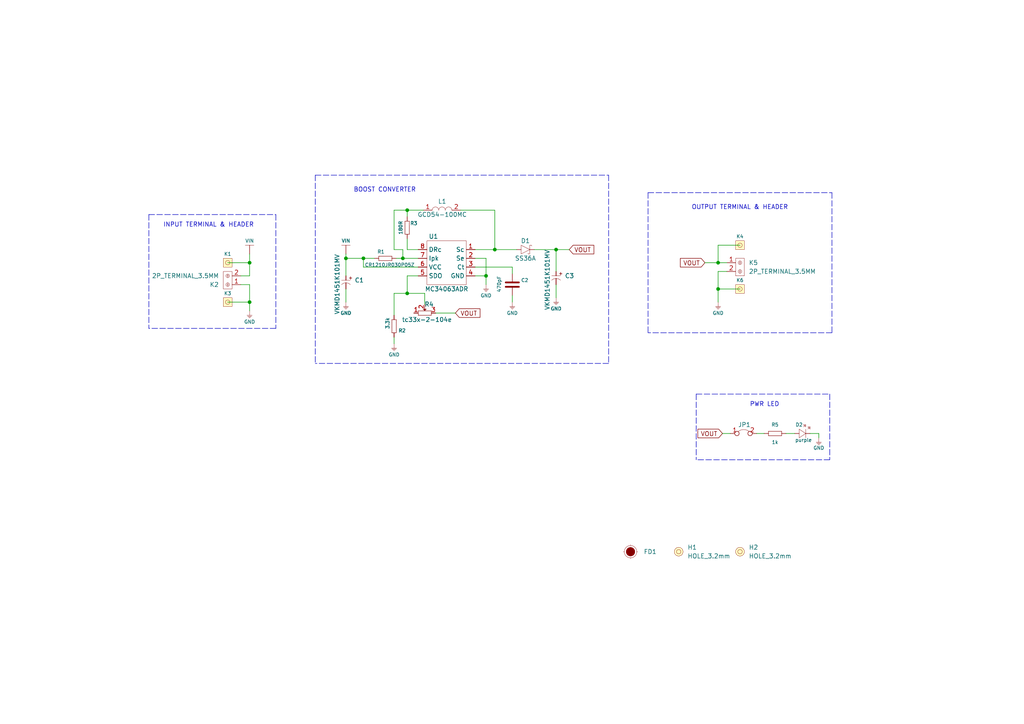
<source format=kicad_sch>
(kicad_sch (version 20210126) (generator eeschema)

  (paper "A4")

  (lib_symbols
    (symbol "e-radionica.com schematics:0402LED" (pin_numbers hide) (pin_names (offset 0.254) hide) (in_bom yes) (on_board yes)
      (property "Reference" "D" (id 0) (at -0.635 2.54 0)
        (effects (font (size 1 1)))
      )
      (property "Value" "0402LED" (id 1) (at 0 -2.54 0)
        (effects (font (size 1 1)))
      )
      (property "Footprint" "e-radionica.com footprinti:0402LED" (id 2) (at 0 5.08 0)
        (effects (font (size 1 1)) hide)
      )
      (property "Datasheet" "" (id 3) (at 0 0 0)
        (effects (font (size 1 1)) hide)
      )
      (symbol "0402LED_0_1"
        (polyline
          (pts
            (xy -0.635 1.27)
            (xy -0.635 -1.27)
            (xy 1.27 0)
          )
          (stroke (width 0.0006)) (fill (type none))
        )
        (polyline
          (pts
            (xy -0.635 1.27)
            (xy 1.27 0)
          )
          (stroke (width 0.0006)) (fill (type none))
        )
        (polyline
          (pts
            (xy 1.27 1.27)
            (xy 1.27 -1.27)
          )
          (stroke (width 0.0006)) (fill (type none))
        )
        (polyline
          (pts
            (xy 0.635 1.905)
            (xy 1.27 2.54)
          )
          (stroke (width 0.0006)) (fill (type none))
        )
        (polyline
          (pts
            (xy 1.905 1.27)
            (xy 2.54 1.905)
          )
          (stroke (width 0.0006)) (fill (type none))
        )
        (polyline
          (pts
            (xy 2.54 1.905)
            (xy 1.905 1.905)
            (xy 2.54 1.27)
            (xy 2.54 1.905)
          )
          (stroke (width 0.0006)) (fill (type none))
        )
        (polyline
          (pts
            (xy 1.27 2.54)
            (xy 0.635 2.54)
            (xy 1.27 1.905)
            (xy 1.27 2.54)
          )
          (stroke (width 0.0006)) (fill (type none))
        )
      )
      (symbol "0402LED_1_1"
        (pin passive line (at -1.905 0 0) (length 1.27)
          (name "A" (effects (font (size 1.27 1.27))))
          (number "1" (effects (font (size 1.27 1.27))))
        )
        (pin passive line (at 2.54 0 180) (length 1.27)
          (name "K" (effects (font (size 1.27 1.27))))
          (number "2" (effects (font (size 1.27 1.27))))
        )
      )
    )
    (symbol "e-radionica.com schematics:0402R" (pin_numbers hide) (pin_names (offset 0.254)) (in_bom yes) (on_board yes)
      (property "Reference" "R" (id 0) (at -1.905 1.27 0)
        (effects (font (size 1 1)))
      )
      (property "Value" "0402R" (id 1) (at 0 -1.27 0)
        (effects (font (size 1 1)))
      )
      (property "Footprint" "e-radionica.com footprinti:0402R" (id 2) (at -2.54 1.905 0)
        (effects (font (size 1 1)) hide)
      )
      (property "Datasheet" "" (id 3) (at -2.54 1.905 0)
        (effects (font (size 1 1)) hide)
      )
      (symbol "0402R_0_1"
        (rectangle (start -1.905 0.635) (end -1.8796 -0.635)
          (stroke (width 0.1)) (fill (type none))
        )
        (rectangle (start -1.905 0.635) (end 1.905 0.6096)
          (stroke (width 0.1)) (fill (type none))
        )
        (rectangle (start -1.905 -0.635) (end 1.905 -0.6604)
          (stroke (width 0.1)) (fill (type none))
        )
        (rectangle (start 1.905 0.635) (end 1.9304 -0.635)
          (stroke (width 0.1)) (fill (type none))
        )
      )
      (symbol "0402R_1_1"
        (pin passive line (at -3.175 0 0) (length 1.27)
          (name "~" (effects (font (size 1.27 1.27))))
          (number "1" (effects (font (size 1.27 1.27))))
        )
        (pin passive line (at 3.175 0 180) (length 1.27)
          (name "~" (effects (font (size 1.27 1.27))))
          (number "2" (effects (font (size 1.27 1.27))))
        )
      )
    )
    (symbol "e-radionica.com schematics:0603C" (pin_numbers hide) (pin_names (offset 0.002)) (in_bom yes) (on_board yes)
      (property "Reference" "C" (id 0) (at -0.635 3.175 0)
        (effects (font (size 1 1)))
      )
      (property "Value" "0603C" (id 1) (at 0 -3.175 0)
        (effects (font (size 1 1)))
      )
      (property "Footprint" "e-radionica.com footprinti:0603C" (id 2) (at 0 0 0)
        (effects (font (size 1 1)) hide)
      )
      (property "Datasheet" "" (id 3) (at 0 0 0)
        (effects (font (size 1 1)) hide)
      )
      (symbol "0603C_0_1"
        (polyline
          (pts
            (xy -0.635 1.905)
            (xy -0.635 -1.905)
          )
          (stroke (width 0.5)) (fill (type none))
        )
        (polyline
          (pts
            (xy 0.635 1.905)
            (xy 0.635 -1.905)
          )
          (stroke (width 0.5)) (fill (type none))
        )
      )
      (symbol "0603C_1_1"
        (pin passive line (at 3.175 0 180) (length 2.54)
          (name "~" (effects (font (size 1.27 1.27))))
          (number "2" (effects (font (size 1.27 1.27))))
        )
        (pin passive line (at -3.175 0 0) (length 2.54)
          (name "~" (effects (font (size 1.27 1.27))))
          (number "1" (effects (font (size 1.27 1.27))))
        )
      )
    )
    (symbol "e-radionica.com schematics:0603R" (pin_numbers hide) (pin_names (offset 0.254)) (in_bom yes) (on_board yes)
      (property "Reference" "R" (id 0) (at -1.905 1.905 0)
        (effects (font (size 1 1)))
      )
      (property "Value" "0603R" (id 1) (at 0 -1.905 0)
        (effects (font (size 1 1)))
      )
      (property "Footprint" "e-radionica.com footprinti:0603R" (id 2) (at -0.635 1.905 0)
        (effects (font (size 1 1)) hide)
      )
      (property "Datasheet" "" (id 3) (at -0.635 1.905 0)
        (effects (font (size 1 1)) hide)
      )
      (symbol "0603R_0_1"
        (rectangle (start -1.905 0.635) (end -1.8796 -0.635)
          (stroke (width 0.1)) (fill (type none))
        )
        (rectangle (start -1.905 0.635) (end 1.905 0.6096)
          (stroke (width 0.1)) (fill (type none))
        )
        (rectangle (start -1.905 -0.635) (end 1.905 -0.6604)
          (stroke (width 0.1)) (fill (type none))
        )
        (rectangle (start 1.905 0.635) (end 1.9304 -0.635)
          (stroke (width 0.1)) (fill (type none))
        )
      )
      (symbol "0603R_1_1"
        (pin passive line (at -3.175 0 0) (length 1.27)
          (name "~" (effects (font (size 1.27 1.27))))
          (number "1" (effects (font (size 1.27 1.27))))
        )
        (pin passive line (at 3.175 0 180) (length 1.27)
          (name "~" (effects (font (size 1.27 1.27))))
          (number "2" (effects (font (size 1.27 1.27))))
        )
      )
    )
    (symbol "e-radionica.com schematics:1210R" (pin_numbers hide) (pin_names (offset 0.254)) (in_bom yes) (on_board yes)
      (property "Reference" "R" (id 0) (at 0 1.27 0)
        (effects (font (size 1 1)))
      )
      (property "Value" "1210R" (id 1) (at 0 -1.905 0)
        (effects (font (size 1 1)))
      )
      (property "Footprint" "e-radionica.com footprinti:1210R" (id 2) (at -1.27 -3.81 0)
        (effects (font (size 1 1)) hide)
      )
      (property "Datasheet" "" (id 3) (at -0.635 1.905 0)
        (effects (font (size 1 1)) hide)
      )
      (symbol "1210R_0_1"
        (rectangle (start -1.905 0.635) (end -1.8796 -0.635)
          (stroke (width 0.1)) (fill (type none))
        )
        (rectangle (start -1.905 0.635) (end 1.905 0.6096)
          (stroke (width 0.1)) (fill (type none))
        )
        (rectangle (start -1.905 -0.635) (end 1.905 -0.6604)
          (stroke (width 0.1)) (fill (type none))
        )
        (rectangle (start 1.905 0.635) (end 1.9304 -0.635)
          (stroke (width 0.1)) (fill (type none))
        )
      )
      (symbol "1210R_1_1"
        (pin passive line (at -3.175 0 0) (length 1.27)
          (name "~" (effects (font (size 1.27 1.27))))
          (number "1" (effects (font (size 1.27 1.27))))
        )
        (pin passive line (at 3.175 0 180) (length 1.27)
          (name "~" (effects (font (size 1.27 1.27))))
          (number "2" (effects (font (size 1.27 1.27))))
        )
      )
    )
    (symbol "e-radionica.com schematics:2P_TERMINAL_3.5MM" (in_bom yes) (on_board yes)
      (property "Reference" "K" (id 0) (at -0.762 3.556 0)
        (effects (font (size 1.27 1.27)))
      )
      (property "Value" "2P_TERMINAL_3.5MM" (id 1) (at 0 -3.81 0)
        (effects (font (size 1.27 1.27)))
      )
      (property "Footprint" "e-radionica.com footprinti:2P_TERMINAL_3.5MM" (id 2) (at -0.254 -5.588 0)
        (effects (font (size 1.27 1.27)) hide)
      )
      (property "Datasheet" "" (id 3) (at 0 0 0)
        (effects (font (size 1.27 1.27)) hide)
      )
      (symbol "2P_TERMINAL_3.5MM_0_1"
        (circle (center 0 1.27) (radius 0.508) (stroke (width 0.0006)) (fill (type none)))
        (circle (center 0 -1.27) (radius 0.508) (stroke (width 0.0006)) (fill (type none)))
        (rectangle (start -1.27 2.54) (end 1.27 -2.54)
          (stroke (width 0.0006)) (fill (type none))
        )
        (polyline
          (pts
            (xy 0 -0.762)
            (xy 0 -1.778)
          )
          (stroke (width 0.0006)) (fill (type none))
        )
        (polyline
          (pts
            (xy -0.254 -1.27)
            (xy 0.254 -1.27)
          )
          (stroke (width 0.0006)) (fill (type none))
        )
        (polyline
          (pts
            (xy 0 1.778)
            (xy 0 0.762)
          )
          (stroke (width 0.0006)) (fill (type none))
        )
        (polyline
          (pts
            (xy -0.254 1.27)
            (xy 0.254 1.27)
          )
          (stroke (width 0.0006)) (fill (type none))
        )
      )
      (symbol "2P_TERMINAL_3.5MM_1_1"
        (pin input line (at -3.81 1.27 0) (length 2.54)
          (name "~" (effects (font (size 1.27 1.27))))
          (number "1" (effects (font (size 1.27 1.27))))
        )
        (pin input line (at -3.81 -1.27 0) (length 2.54)
          (name "~" (effects (font (size 1.27 1.27))))
          (number "2" (effects (font (size 1.27 1.27))))
        )
      )
    )
    (symbol "e-radionica.com schematics:CMLF0504-330KTT" (in_bom yes) (on_board yes)
      (property "Reference" "L" (id 0) (at 0 3.81 0)
        (effects (font (size 1.27 1.27)))
      )
      (property "Value" "CMLF0504-330KTT" (id 1) (at 0 -4.445 0)
        (effects (font (size 1.27 1.27)))
      )
      (property "Footprint" "e-radionica.com footprinti:CMLF0504-330KTT" (id 2) (at 0.254 0 0)
        (effects (font (size 1.27 1.27)) hide)
      )
      (property "Datasheet" "" (id 3) (at 0.254 0 0)
        (effects (font (size 1.27 1.27)) hide)
      )
      (symbol "CMLF0504-330KTT_0_1"
        (arc (start -2.921 0) (end -1.016 0) (radius (at -1.9685 -0.0138) (length 0.9526) (angles 179.2 0.8))
          (stroke (width 0.0006)) (fill (type none))
        )
        (arc (start -1.016 0) (end 0.889 0) (radius (at -0.0635 -0.0138) (length 0.9526) (angles 179.2 0.8))
          (stroke (width 0.0006)) (fill (type none))
        )
        (arc (start 0.889 0) (end 2.794 0) (radius (at 1.8415 -0.0138) (length 0.9526) (angles 179.2 0.8))
          (stroke (width 0.0006)) (fill (type none))
        )
      )
      (symbol "CMLF0504-330KTT_1_1"
        (pin passive line (at -5.461 0 0) (length 2.54)
          (name "" (effects (font (size 1.27 1.27))))
          (number "1" (effects (font (size 1.27 1.27))))
        )
        (pin passive line (at 5.334 0 180) (length 2.54)
          (name "" (effects (font (size 1.27 1.27))))
          (number "2" (effects (font (size 1.27 1.27))))
        )
      )
    )
    (symbol "e-radionica.com schematics:ELECTROLITIC_CAP_8x8x14.5" (pin_numbers hide) (pin_names hide) (in_bom yes) (on_board yes)
      (property "Reference" "C" (id 0) (at -1.27 2.54 0)
        (effects (font (size 1.27 1.27)))
      )
      (property "Value" "ELECTROLITIC_CAP_8x8x14.5" (id 1) (at 0 -2.54 0)
        (effects (font (size 1.27 1.27)))
      )
      (property "Footprint" "e-radionica.com footprinti:ELECTROLITIC_CAP_8x8x14.5" (id 2) (at 0 -5.08 0)
        (effects (font (size 1.27 1.27)) hide)
      )
      (property "Datasheet" "" (id 3) (at 0 0 0)
        (effects (font (size 1.27 1.27)) hide)
      )
      (symbol "ELECTROLITIC_CAP_8x8x14.5_0_0"
        (text "+" (at -1.905 1.27 0)
          (effects (font (size 1 1)))
        )
      )
      (symbol "ELECTROLITIC_CAP_8x8x14.5_0_1"
        (arc (start -0.0001 1.27) (end -0.0001 -1.27) (radius (at 1.27 0) (length 1.7961) (angles 135 -135))
          (stroke (width 0.0006)) (fill (type none))
        )
        (polyline
          (pts
            (xy -1.27 -1.27)
            (xy -1.27 1.27)
          )
          (stroke (width 0.0006)) (fill (type none))
        )
      )
      (symbol "ELECTROLITIC_CAP_8x8x14.5_1_1"
        (pin input line (at -2.54 0 0) (length 1.27)
          (name "+" (effects (font (size 1.27 1.27))))
          (number "1" (effects (font (size 1.27 1.27))))
        )
        (pin input line (at 1.27 0 180) (length 1.8)
          (name "-" (effects (font (size 1.27 1.27))))
          (number "2" (effects (font (size 1.27 1.27))))
        )
      )
    )
    (symbol "e-radionica.com schematics:Fiducial_Stencil" (pin_numbers hide) (pin_names hide) (in_bom yes) (on_board yes)
      (property "Reference" "FD?" (id 0) (at 0 3.048 0)
        (effects (font (size 1.27 1.27)))
      )
      (property "Value" "Fiducial_Stencil" (id 1) (at 0 -2.794 0)
        (effects (font (size 1.27 1.27)) hide)
      )
      (property "Footprint" "e-radionica.com footprinti:FIDUCIAL_1MM_PASTE" (id 2) (at 0 -6.35 0)
        (effects (font (size 1.27 1.27)) hide)
      )
      (property "Datasheet" "" (id 3) (at 0 0 0)
        (effects (font (size 1.27 1.27)) hide)
      )
      (symbol "Fiducial_Stencil_0_1"
        (circle (center 0 0) (radius 1.7961) (stroke (width 0.0006)) (fill (type none)))
        (circle (center 0 0) (radius 1.27) (stroke (width 0.001)) (fill (type outline)))
        (polyline
          (pts
            (xy 1.778 0)
            (xy 2.032 0)
          )
          (stroke (width 0.0006)) (fill (type none))
        )
        (polyline
          (pts
            (xy 0 1.778)
            (xy 0 2.032)
          )
          (stroke (width 0.0006)) (fill (type none))
        )
        (polyline
          (pts
            (xy -1.778 0)
            (xy -2.032 0)
          )
          (stroke (width 0.0006)) (fill (type none))
        )
        (polyline
          (pts
            (xy 0 -1.778)
            (xy 0 -2.032)
          )
          (stroke (width 0.0006)) (fill (type none))
        )
      )
    )
    (symbol "e-radionica.com schematics:GND" (power) (pin_names (offset 0)) (in_bom yes) (on_board yes)
      (property "Reference" "#PWR" (id 0) (at 4.445 0 0)
        (effects (font (size 1 1)) hide)
      )
      (property "Value" "GND" (id 1) (at 0 -2.921 0)
        (effects (font (size 1 1)))
      )
      (property "Footprint" "" (id 2) (at 4.445 3.81 0)
        (effects (font (size 1 1)) hide)
      )
      (property "Datasheet" "" (id 3) (at 4.445 3.81 0)
        (effects (font (size 1 1)) hide)
      )
      (property "ki_keywords" "power-flag" (id 4) (at 0 0 0)
        (effects (font (size 1.27 1.27)) hide)
      )
      (property "ki_description" "Power symbol creates a global label with name \"+3V3\"" (id 5) (at 0 0 0)
        (effects (font (size 1.27 1.27)) hide)
      )
      (symbol "GND_0_1"
        (polyline
          (pts
            (xy 0 0)
            (xy 0 -1.27)
          )
          (stroke (width 0.0006)) (fill (type none))
        )
        (polyline
          (pts
            (xy -0.762 -1.27)
            (xy 0.762 -1.27)
          )
          (stroke (width 0.0006)) (fill (type none))
        )
        (polyline
          (pts
            (xy -0.381 -1.778)
            (xy 0.381 -1.778)
          )
          (stroke (width 0.0006)) (fill (type none))
        )
        (polyline
          (pts
            (xy -0.127 -2.032)
            (xy 0.127 -2.032)
          )
          (stroke (width 0.0006)) (fill (type none))
        )
        (polyline
          (pts
            (xy -0.635 -1.524)
            (xy 0.635 -1.524)
          )
          (stroke (width 0.0006)) (fill (type none))
        )
      )
      (symbol "GND_1_1"
        (pin power_in line (at 0 0 270) (length 0) hide
          (name "GND" (effects (font (size 1.27 1.27))))
          (number "1" (effects (font (size 1.27 1.27))))
        )
      )
    )
    (symbol "e-radionica.com schematics:GND_3" (power) (pin_names (offset 0)) (in_bom yes) (on_board yes)
      (property "Reference" "#PWR" (id 0) (at 4.445 0 0)
        (effects (font (size 1 1)) hide)
      )
      (property "Value" "GND" (id 1) (at 0 -2.921 0)
        (effects (font (size 1 1)))
      )
      (property "Footprint" "" (id 2) (at 4.445 3.81 0)
        (effects (font (size 1 1)) hide)
      )
      (property "Datasheet" "" (id 3) (at 4.445 3.81 0)
        (effects (font (size 1 1)) hide)
      )
      (property "ki_keywords" "power-flag" (id 4) (at 0 0 0)
        (effects (font (size 1.27 1.27)) hide)
      )
      (property "ki_description" "Power symbol creates a global label with name \"+3V3\"" (id 5) (at 0 0 0)
        (effects (font (size 1.27 1.27)) hide)
      )
      (symbol "GND_3_0_1"
        (polyline
          (pts
            (xy 0 0)
            (xy 0 -1.27)
          )
          (stroke (width 0.0006)) (fill (type none))
        )
        (polyline
          (pts
            (xy -0.762 -1.27)
            (xy 0.762 -1.27)
          )
          (stroke (width 0.0006)) (fill (type none))
        )
        (polyline
          (pts
            (xy -0.381 -1.778)
            (xy 0.381 -1.778)
          )
          (stroke (width 0.0006)) (fill (type none))
        )
        (polyline
          (pts
            (xy -0.127 -2.032)
            (xy 0.127 -2.032)
          )
          (stroke (width 0.0006)) (fill (type none))
        )
        (polyline
          (pts
            (xy -0.635 -1.524)
            (xy 0.635 -1.524)
          )
          (stroke (width 0.0006)) (fill (type none))
        )
      )
      (symbol "GND_3_1_1"
        (pin power_in line (at 0 0 270) (length 0) hide
          (name "GND" (effects (font (size 1.27 1.27))))
          (number "1" (effects (font (size 1.27 1.27))))
        )
      )
    )
    (symbol "e-radionica.com schematics:HEADER_MALE_1X1" (pin_numbers hide) (pin_names hide) (in_bom yes) (on_board yes)
      (property "Reference" "K" (id 0) (at -0.635 2.54 0)
        (effects (font (size 1 1)))
      )
      (property "Value" "HEADER_MALE_1X1" (id 1) (at 0 -2.54 0)
        (effects (font (size 1 1)))
      )
      (property "Footprint" "e-radionica.com footprinti:HEADER_MALE_1X1" (id 2) (at 0 0 0)
        (effects (font (size 1 1)) hide)
      )
      (property "Datasheet" "" (id 3) (at 0 0 0)
        (effects (font (size 1 1)) hide)
      )
      (symbol "HEADER_MALE_1X1_0_1"
        (circle (center 0 0) (radius 0.635) (stroke (width 0.0006)) (fill (type none)))
        (rectangle (start -1.27 1.27) (end 1.27 -1.27)
          (stroke (width 0.001)) (fill (type background))
        )
      )
      (symbol "HEADER_MALE_1X1_1_1"
        (pin passive line (at 0 0 180) (length 0)
          (name "~" (effects (font (size 1 1))))
          (number "1" (effects (font (size 1 1))))
        )
      )
    )
    (symbol "e-radionica.com schematics:HOLE_3.2mm" (pin_numbers hide) (pin_names hide) (in_bom yes) (on_board yes)
      (property "Reference" "H" (id 0) (at 0 2.54 0)
        (effects (font (size 1.27 1.27)))
      )
      (property "Value" "HOLE_3.2mm" (id 1) (at 0 -2.54 0)
        (effects (font (size 1.27 1.27)))
      )
      (property "Footprint" "e-radionica.com footprinti:HOLE_3.2mm" (id 2) (at 0 0 0)
        (effects (font (size 1.27 1.27)) hide)
      )
      (property "Datasheet" "" (id 3) (at 0 0 0)
        (effects (font (size 1.27 1.27)) hide)
      )
      (symbol "HOLE_3.2mm_0_1"
        (circle (center 0 0) (radius 1.27) (stroke (width 0.001)) (fill (type background)))
        (circle (center 0 0) (radius 0.635) (stroke (width 0.0006)) (fill (type none)))
      )
    )
    (symbol "e-radionica.com schematics:MC34063ADR" (in_bom yes) (on_board yes)
      (property "Reference" "U" (id 0) (at -0.635 8.255 0)
        (effects (font (size 1.27 1.27)))
      )
      (property "Value" "MC34063ADR" (id 1) (at 0 -8.89 0)
        (effects (font (size 1.27 1.27)))
      )
      (property "Footprint" "e-radionica.com footprinti:SOIC−8" (id 2) (at 0.635 0 0)
        (effects (font (size 1.27 1.27)) hide)
      )
      (property "Datasheet" "" (id 3) (at 0.635 0 0)
        (effects (font (size 1.27 1.27)) hide)
      )
      (symbol "MC34063ADR_0_1"
        (rectangle (start -5.715 6.35) (end 5.715 -6.35)
          (stroke (width 0.0006)) (fill (type none))
        )
      )
      (symbol "MC34063ADR_1_1"
        (pin power_in line (at -8.255 3.81 0) (length 2.54)
          (name "DRc" (effects (font (size 1.27 1.27))))
          (number "8" (effects (font (size 1.27 1.27))))
        )
        (pin passive line (at -8.255 1.27 0) (length 2.54)
          (name "Ipk" (effects (font (size 1.27 1.27))))
          (number "7" (effects (font (size 1.27 1.27))))
        )
        (pin power_in line (at -8.255 -1.27 0) (length 2.54)
          (name "VCC" (effects (font (size 1.27 1.27))))
          (number "6" (effects (font (size 1.27 1.27))))
        )
        (pin input line (at -8.255 -3.81 0) (length 2.54)
          (name "SDO" (effects (font (size 1.27 1.27))))
          (number "5" (effects (font (size 1.27 1.27))))
        )
        (pin input line (at 8.255 -3.81 180) (length 2.54)
          (name "GND" (effects (font (size 1.27 1.27))))
          (number "4" (effects (font (size 1.27 1.27))))
        )
        (pin input line (at 8.255 -1.27 180) (length 2.54)
          (name "Ct" (effects (font (size 1.27 1.27))))
          (number "3" (effects (font (size 1.27 1.27))))
        )
        (pin power_in line (at 8.255 1.27 180) (length 2.54)
          (name "Se" (effects (font (size 1.27 1.27))))
          (number "2" (effects (font (size 1.27 1.27))))
        )
        (pin passive line (at 8.255 3.81 180) (length 2.54)
          (name "Sc" (effects (font (size 1.27 1.27))))
          (number "1" (effects (font (size 1.27 1.27))))
        )
      )
    )
    (symbol "e-radionica.com schematics:SMD-JUMPER-CONNECTED_TRACE_NOSLODERMASK" (in_bom yes) (on_board yes)
      (property "Reference" "JP" (id 0) (at 0 3.556 0)
        (effects (font (size 1.27 1.27)))
      )
      (property "Value" "SMD-JUMPER-CONNECTED_TRACE_NOSLODERMASK" (id 1) (at 0 -2.54 0)
        (effects (font (size 1.27 1.27)))
      )
      (property "Footprint" "e-radionica.com footprinti:SMD-JUMPER-CONNECTED_TRACE_NOSLODERMASK" (id 2) (at 0 0 0)
        (effects (font (size 1.27 1.27)) hide)
      )
      (property "Datasheet" "" (id 3) (at 0 0 0)
        (effects (font (size 1.27 1.27)) hide)
      )
      (symbol "SMD-JUMPER-CONNECTED_TRACE_NOSLODERMASK_0_1"
        (arc (start -1.8034 0.5588) (end 1.397 0.5842) (radius (at -0.1875 -1.4124) (length 2.5489) (angles 129.3 51.6))
          (stroke (width 0.0006)) (fill (type none))
        )
      )
      (symbol "SMD-JUMPER-CONNECTED_TRACE_NOSLODERMASK_1_1"
        (pin passive inverted (at -4.064 0 0) (length 2.54)
          (name "" (effects (font (size 1.27 1.27))))
          (number "1" (effects (font (size 1.27 1.27))))
        )
        (pin passive inverted (at 3.556 0 180) (length 2.54)
          (name "" (effects (font (size 1.27 1.27))))
          (number "2" (effects (font (size 1.27 1.27))))
        )
      )
    )
    (symbol "e-radionica.com schematics:SS36A" (pin_numbers hide) (pin_names hide) (in_bom yes) (on_board yes)
      (property "Reference" "D" (id 0) (at 0 2.54 0)
        (effects (font (size 1.27 1.27)))
      )
      (property "Value" "SS36A" (id 1) (at 0 -2.54 0)
        (effects (font (size 1.27 1.27)))
      )
      (property "Footprint" "e-radionica.com footprinti:SMA_DIODE" (id 2) (at 0 -5.08 0)
        (effects (font (size 1.27 1.27)) hide)
      )
      (property "Datasheet" "" (id 3) (at 0 0 0)
        (effects (font (size 1.27 1.27)) hide)
      )
      (symbol "SS36A_0_1"
        (polyline
          (pts
            (xy -1.27 -1.27)
            (xy -1.27 1.27)
            (xy 1.27 0)
            (xy -1.27 -1.27)
          )
          (stroke (width 0.0006)) (fill (type none))
        )
        (polyline
          (pts
            (xy 1.27 1.27)
            (xy 1.778 1.27)
            (xy 1.778 1.016)
          )
          (stroke (width 0.0006)) (fill (type none))
        )
        (polyline
          (pts
            (xy 1.27 1.27)
            (xy 1.27 -1.27)
            (xy 0.762 -1.27)
            (xy 0.762 -1.016)
          )
          (stroke (width 0.0006)) (fill (type none))
        )
      )
      (symbol "SS36A_1_1"
        (pin input line (at -2.54 0 0) (length 1.27)
          (name "A" (effects (font (size 1.27 1.27))))
          (number "1" (effects (font (size 1.27 1.27))))
        )
        (pin input line (at 2.54 0 180) (length 1.27)
          (name "C" (effects (font (size 1.27 1.27))))
          (number "2" (effects (font (size 1.27 1.27))))
        )
      )
    )
    (symbol "e-radionica.com schematics:VIN" (power) (pin_names (offset 0)) (in_bom yes) (on_board yes)
      (property "Reference" "#PWR" (id 0) (at 4.445 0 0)
        (effects (font (size 1 1)) hide)
      )
      (property "Value" "VIN" (id 1) (at 0 3.556 0)
        (effects (font (size 1 1)))
      )
      (property "Footprint" "" (id 2) (at 4.445 3.81 0)
        (effects (font (size 1 1)) hide)
      )
      (property "Datasheet" "" (id 3) (at 4.445 3.81 0)
        (effects (font (size 1 1)) hide)
      )
      (property "ki_keywords" "power-flag" (id 4) (at 0 0 0)
        (effects (font (size 1.27 1.27)) hide)
      )
      (property "ki_description" "Power symbol creates a global label with name \"+3V3\"" (id 5) (at 0 0 0)
        (effects (font (size 1.27 1.27)) hide)
      )
      (symbol "VIN_0_1"
        (polyline
          (pts
            (xy 0 0)
            (xy 0 2.54)
          )
          (stroke (width 0)) (fill (type none))
        )
        (polyline
          (pts
            (xy -1.27 2.54)
            (xy 1.27 2.54)
          )
          (stroke (width 0.0006)) (fill (type none))
        )
      )
      (symbol "VIN_1_1"
        (pin power_in line (at 0 0 90) (length 0) hide
          (name "VIN" (effects (font (size 1.27 1.27))))
          (number "1" (effects (font (size 1.27 1.27))))
        )
      )
    )
    (symbol "e-radionica.com schematics:tc33x-2-103e" (in_bom yes) (on_board yes)
      (property "Reference" "R" (id 0) (at -1.778 3.302 0)
        (effects (font (size 1.27 1.27)))
      )
      (property "Value" "tc33x-2-103e" (id 1) (at 0 -2.54 0)
        (effects (font (size 1.27 1.27)))
      )
      (property "Footprint" "e-radionica.com footprinti:tc33x-2-103e" (id 2) (at 0 -5.08 0)
        (effects (font (size 1.27 1.27)) hide)
      )
      (property "Datasheet" "" (id 3) (at -0.0508 -0.0508 0)
        (effects (font (size 1.27 1.27)) hide)
      )
      (symbol "tc33x-2-103e_0_1"
        (rectangle (start -1.905 0.635) (end -1.8796 -0.635)
          (stroke (width 0.1)) (fill (type none))
        )
        (rectangle (start -1.905 0.635) (end 1.905 0.6096)
          (stroke (width 0.1)) (fill (type none))
        )
        (rectangle (start -1.905 -0.635) (end 1.905 -0.6604)
          (stroke (width 0.1)) (fill (type none))
        )
        (rectangle (start 1.905 0.635) (end 1.9304 -0.635)
          (stroke (width 0.1)) (fill (type none))
        )
        (polyline
          (pts
            (xy -0.4318 1.1684)
            (xy 0.4826 1.1684)
            (xy 0 0.635)
            (xy -0.4064 1.0922)
            (xy -0.4826 1.1684)
            (xy 0 0.7874)
            (xy 0.3048 1.1176)
            (xy -0.254 1.0668)
            (xy 0.0254 0.8636)
            (xy 0.0762 1.0414)
            (xy -0.0254 0.9652)
          )
          (stroke (width 0.0006)) (fill (type none))
        )
      )
      (symbol "tc33x-2-103e_1_1"
        (pin passive line (at -3.175 0 0) (length 1.27)
          (name "~" (effects (font (size 1.27 1.27))))
          (number "1" (effects (font (size 1.27 1.27))))
        )
        (pin passive line (at 3.175 0.0002 180) (length 1.27)
          (name "~" (effects (font (size 1.27 1.27))))
          (number "3" (effects (font (size 1.27 1.27))))
        )
        (pin passive line (at 0 2.4892 270) (length 1.27)
          (name "" (effects (font (size 1.27 1.27))))
          (number "2" (effects (font (size 1.27 1.27))))
        )
      )
    )
  )

  (junction (at 72.39 76.2) (diameter 0.9144) (color 0 0 0 0))
  (junction (at 72.39 87.63) (diameter 0.9144) (color 0 0 0 0))
  (junction (at 100.33 74.93) (diameter 0.9144) (color 0 0 0 0))
  (junction (at 105.41 74.93) (diameter 0.9144) (color 0 0 0 0))
  (junction (at 116.84 74.93) (diameter 0.9144) (color 0 0 0 0))
  (junction (at 118.11 60.96) (diameter 0.9144) (color 0 0 0 0))
  (junction (at 118.11 85.09) (diameter 0.9144) (color 0 0 0 0))
  (junction (at 140.97 80.01) (diameter 0.9144) (color 0 0 0 0))
  (junction (at 143.51 72.39) (diameter 0.9144) (color 0 0 0 0))
  (junction (at 161.29 72.39) (diameter 0.9144) (color 0 0 0 0))
  (junction (at 208.28 76.2) (diameter 0.9144) (color 0 0 0 0))
  (junction (at 208.28 83.82) (diameter 0.9144) (color 0 0 0 0))

  (wire (pts (xy 66.04 76.2) (xy 72.39 76.2))
    (stroke (width 0) (type solid) (color 0 0 0 0))
    (uuid 10ee2fae-7c6c-489f-b75e-567b888ce6ad)
  )
  (wire (pts (xy 66.04 87.63) (xy 72.39 87.63))
    (stroke (width 0) (type solid) (color 0 0 0 0))
    (uuid 19cca9c5-e65a-4f3d-a1d0-7b5efb1cd1b6)
  )
  (wire (pts (xy 69.85 80.01) (xy 72.39 80.01))
    (stroke (width 0) (type solid) (color 0 0 0 0))
    (uuid ad7fdbf1-643b-44b3-becc-3fa1b79fc6f4)
  )
  (wire (pts (xy 69.85 82.55) (xy 72.39 82.55))
    (stroke (width 0) (type solid) (color 0 0 0 0))
    (uuid e8929b3e-1377-48ee-baec-c2d5b34e98e2)
  )
  (wire (pts (xy 72.39 73.66) (xy 72.39 76.2))
    (stroke (width 0) (type solid) (color 0 0 0 0))
    (uuid c215f777-8622-454b-b83c-cc0e22b5afae)
  )
  (wire (pts (xy 72.39 76.2) (xy 72.39 80.01))
    (stroke (width 0) (type solid) (color 0 0 0 0))
    (uuid fba99fc4-cf5a-4cb0-a3a2-2664e52a9201)
  )
  (wire (pts (xy 72.39 82.55) (xy 72.39 87.63))
    (stroke (width 0) (type solid) (color 0 0 0 0))
    (uuid 6c1ff0c4-8e66-4096-96b7-b1ce9f9748ba)
  )
  (wire (pts (xy 72.39 87.63) (xy 72.39 90.17))
    (stroke (width 0) (type solid) (color 0 0 0 0))
    (uuid d8c90405-86ae-499e-a408-1880ff0db020)
  )
  (wire (pts (xy 100.33 74.93) (xy 100.33 73.66))
    (stroke (width 0) (type solid) (color 0 0 0 0))
    (uuid 506d037b-8897-490b-85fd-2519a6f6ef9f)
  )
  (wire (pts (xy 100.33 74.93) (xy 100.33 80.01))
    (stroke (width 0) (type solid) (color 0 0 0 0))
    (uuid a7f1db2a-42d8-4fbc-ae3f-0451fd0b06fd)
  )
  (wire (pts (xy 100.33 83.82) (xy 100.33 87.63))
    (stroke (width 0) (type solid) (color 0 0 0 0))
    (uuid 4151601e-4ae1-49e1-ad6e-1f62659b058f)
  )
  (wire (pts (xy 105.41 74.93) (xy 100.33 74.93))
    (stroke (width 0) (type solid) (color 0 0 0 0))
    (uuid 506d037b-8897-490b-85fd-2519a6f6ef9f)
  )
  (wire (pts (xy 105.41 77.47) (xy 105.41 74.93))
    (stroke (width 0) (type solid) (color 0 0 0 0))
    (uuid ab65aeb5-157c-4192-b308-63fd228c1cfa)
  )
  (wire (pts (xy 108.585 74.93) (xy 105.41 74.93))
    (stroke (width 0) (type solid) (color 0 0 0 0))
    (uuid 506d037b-8897-490b-85fd-2519a6f6ef9f)
  )
  (wire (pts (xy 114.3 60.96) (xy 114.3 72.39))
    (stroke (width 0) (type solid) (color 0 0 0 0))
    (uuid 9f990935-d8b1-489a-ab9f-0a76b3ebf958)
  )
  (wire (pts (xy 114.3 72.39) (xy 116.84 72.39))
    (stroke (width 0) (type solid) (color 0 0 0 0))
    (uuid 9f990935-d8b1-489a-ab9f-0a76b3ebf958)
  )
  (wire (pts (xy 114.3 85.09) (xy 114.3 91.44))
    (stroke (width 0) (type solid) (color 0 0 0 0))
    (uuid ba2416de-dffa-4dc6-8a78-7085b1f769c2)
  )
  (wire (pts (xy 114.3 85.09) (xy 118.11 85.09))
    (stroke (width 0) (type solid) (color 0 0 0 0))
    (uuid de46024c-9aa3-431b-818c-bf1a5b8b10ca)
  )
  (wire (pts (xy 114.3 97.79) (xy 114.3 99.695))
    (stroke (width 0) (type solid) (color 0 0 0 0))
    (uuid b02495ec-6905-4f34-8804-1ee81ff69c9c)
  )
  (wire (pts (xy 114.935 74.93) (xy 116.84 74.93))
    (stroke (width 0) (type solid) (color 0 0 0 0))
    (uuid 8328d624-4171-4364-98de-3b45f2ea7e65)
  )
  (wire (pts (xy 116.84 72.39) (xy 116.84 74.93))
    (stroke (width 0) (type solid) (color 0 0 0 0))
    (uuid 9f990935-d8b1-489a-ab9f-0a76b3ebf958)
  )
  (wire (pts (xy 116.84 74.93) (xy 121.285 74.93))
    (stroke (width 0) (type solid) (color 0 0 0 0))
    (uuid 8328d624-4171-4364-98de-3b45f2ea7e65)
  )
  (wire (pts (xy 118.11 60.96) (xy 114.3 60.96))
    (stroke (width 0) (type solid) (color 0 0 0 0))
    (uuid 9f990935-d8b1-489a-ab9f-0a76b3ebf958)
  )
  (wire (pts (xy 118.11 60.96) (xy 122.809 60.96))
    (stroke (width 0) (type solid) (color 0 0 0 0))
    (uuid 2f16fb8d-5647-4e98-ae1f-a6c951e30034)
  )
  (wire (pts (xy 118.11 62.865) (xy 118.11 60.96))
    (stroke (width 0) (type solid) (color 0 0 0 0))
    (uuid 9f990935-d8b1-489a-ab9f-0a76b3ebf958)
  )
  (wire (pts (xy 118.11 72.39) (xy 118.11 69.215))
    (stroke (width 0) (type solid) (color 0 0 0 0))
    (uuid 8fc5823e-3cc0-43c3-a0ac-3c7426c71407)
  )
  (wire (pts (xy 118.11 80.01) (xy 121.285 80.01))
    (stroke (width 0) (type solid) (color 0 0 0 0))
    (uuid 322cdfa2-7fa0-49b5-bf4e-8fe4be502964)
  )
  (wire (pts (xy 118.11 85.09) (xy 118.11 80.01))
    (stroke (width 0) (type solid) (color 0 0 0 0))
    (uuid 322cdfa2-7fa0-49b5-bf4e-8fe4be502964)
  )
  (wire (pts (xy 121.285 72.39) (xy 118.11 72.39))
    (stroke (width 0) (type solid) (color 0 0 0 0))
    (uuid 8fc5823e-3cc0-43c3-a0ac-3c7426c71407)
  )
  (wire (pts (xy 121.285 77.47) (xy 105.41 77.47))
    (stroke (width 0) (type solid) (color 0 0 0 0))
    (uuid ab65aeb5-157c-4192-b308-63fd228c1cfa)
  )
  (wire (pts (xy 123.19 85.09) (xy 118.11 85.09))
    (stroke (width 0) (type solid) (color 0 0 0 0))
    (uuid 322cdfa2-7fa0-49b5-bf4e-8fe4be502964)
  )
  (wire (pts (xy 123.19 88.3158) (xy 123.19 85.09))
    (stroke (width 0) (type solid) (color 0 0 0 0))
    (uuid 322cdfa2-7fa0-49b5-bf4e-8fe4be502964)
  )
  (wire (pts (xy 126.365 90.8048) (xy 132.08 90.8048))
    (stroke (width 0) (type solid) (color 0 0 0 0))
    (uuid fe678438-a87b-49af-9ca3-9ac8cc849b21)
  )
  (wire (pts (xy 133.604 60.96) (xy 143.51 60.96))
    (stroke (width 0) (type solid) (color 0 0 0 0))
    (uuid cd005c34-d560-4f3e-9ef1-7a026f0426b2)
  )
  (wire (pts (xy 137.795 74.93) (xy 140.97 74.93))
    (stroke (width 0) (type solid) (color 0 0 0 0))
    (uuid d6753742-5a22-4bea-8a78-3a9dc939e2dc)
  )
  (wire (pts (xy 137.795 77.47) (xy 148.59 77.47))
    (stroke (width 0) (type solid) (color 0 0 0 0))
    (uuid 9b223332-68fc-4e11-8826-ca7099a7664a)
  )
  (wire (pts (xy 137.795 80.01) (xy 140.97 80.01))
    (stroke (width 0) (type solid) (color 0 0 0 0))
    (uuid d0dde8a9-dcd9-45ca-9bbd-ab43062a2304)
  )
  (wire (pts (xy 140.97 74.93) (xy 140.97 80.01))
    (stroke (width 0) (type solid) (color 0 0 0 0))
    (uuid d6753742-5a22-4bea-8a78-3a9dc939e2dc)
  )
  (wire (pts (xy 140.97 80.01) (xy 140.97 82.55))
    (stroke (width 0) (type solid) (color 0 0 0 0))
    (uuid d0dde8a9-dcd9-45ca-9bbd-ab43062a2304)
  )
  (wire (pts (xy 143.51 60.96) (xy 143.51 72.39))
    (stroke (width 0) (type solid) (color 0 0 0 0))
    (uuid cd005c34-d560-4f3e-9ef1-7a026f0426b2)
  )
  (wire (pts (xy 143.51 72.39) (xy 137.795 72.39))
    (stroke (width 0) (type solid) (color 0 0 0 0))
    (uuid cd005c34-d560-4f3e-9ef1-7a026f0426b2)
  )
  (wire (pts (xy 143.51 72.39) (xy 149.86 72.39))
    (stroke (width 0) (type solid) (color 0 0 0 0))
    (uuid a334e0e0-434e-49bb-9088-9acaa4367505)
  )
  (wire (pts (xy 148.59 77.47) (xy 148.59 79.375))
    (stroke (width 0) (type solid) (color 0 0 0 0))
    (uuid 9b223332-68fc-4e11-8826-ca7099a7664a)
  )
  (wire (pts (xy 148.59 85.725) (xy 148.59 87.63))
    (stroke (width 0) (type solid) (color 0 0 0 0))
    (uuid ddfd90ff-3043-4056-b3a3-adb74ddb8a34)
  )
  (wire (pts (xy 154.94 72.39) (xy 161.29 72.39))
    (stroke (width 0) (type solid) (color 0 0 0 0))
    (uuid 8be54d60-faec-4794-ac68-16b6fc1fad0d)
  )
  (wire (pts (xy 161.29 72.39) (xy 161.29 78.74))
    (stroke (width 0) (type solid) (color 0 0 0 0))
    (uuid 8be54d60-faec-4794-ac68-16b6fc1fad0d)
  )
  (wire (pts (xy 161.29 72.39) (xy 165.1 72.39))
    (stroke (width 0) (type solid) (color 0 0 0 0))
    (uuid 21916ad2-3ca2-4454-bb9c-c3f37827765c)
  )
  (wire (pts (xy 161.29 82.55) (xy 161.29 86.36))
    (stroke (width 0) (type solid) (color 0 0 0 0))
    (uuid 5faff1ea-b942-41fd-8fa3-01e3a1cd9601)
  )
  (wire (pts (xy 204.47 76.2) (xy 208.28 76.2))
    (stroke (width 0) (type solid) (color 0 0 0 0))
    (uuid b31ca41e-77ce-4ecb-8d5f-cb73623d28dc)
  )
  (wire (pts (xy 208.28 71.12) (xy 208.28 76.2))
    (stroke (width 0) (type solid) (color 0 0 0 0))
    (uuid a5d56b52-9c38-451b-b8bf-d34e3c571dc1)
  )
  (wire (pts (xy 208.28 76.2) (xy 210.82 76.2))
    (stroke (width 0) (type solid) (color 0 0 0 0))
    (uuid 71f8d8bb-2ffb-4835-9970-b9db660e3464)
  )
  (wire (pts (xy 208.28 78.74) (xy 208.28 83.82))
    (stroke (width 0) (type solid) (color 0 0 0 0))
    (uuid 873698da-24f3-4ab3-82aa-015e768bc5df)
  )
  (wire (pts (xy 208.28 83.82) (xy 208.28 87.63))
    (stroke (width 0) (type solid) (color 0 0 0 0))
    (uuid 55767ad9-1f81-4458-b6fb-ebb73850d427)
  )
  (wire (pts (xy 208.28 83.82) (xy 214.63 83.82))
    (stroke (width 0) (type solid) (color 0 0 0 0))
    (uuid b1aeb796-3262-4c93-8fc4-28c1c3a6a6da)
  )
  (wire (pts (xy 209.55 125.73) (xy 211.836 125.73))
    (stroke (width 0) (type solid) (color 0 0 0 0))
    (uuid 2854d532-65a0-4899-988d-9c5f8cd79952)
  )
  (wire (pts (xy 210.82 78.74) (xy 208.28 78.74))
    (stroke (width 0) (type solid) (color 0 0 0 0))
    (uuid 43d24fd5-6d98-4b74-b40a-2f0d3652b462)
  )
  (wire (pts (xy 214.63 71.12) (xy 208.28 71.12))
    (stroke (width 0) (type solid) (color 0 0 0 0))
    (uuid 33c43cb7-3988-423f-9b80-fbefbffb3323)
  )
  (wire (pts (xy 219.456 125.73) (xy 221.615 125.73))
    (stroke (width 0) (type solid) (color 0 0 0 0))
    (uuid d5f46b52-1555-4e85-9674-8e6eadee07b4)
  )
  (wire (pts (xy 227.965 125.73) (xy 230.505 125.73))
    (stroke (width 0) (type solid) (color 0 0 0 0))
    (uuid 8a3cd4d6-8a9a-44f8-a692-c6a6fa1b3fab)
  )
  (wire (pts (xy 237.49 125.73) (xy 234.95 125.73))
    (stroke (width 0) (type solid) (color 0 0 0 0))
    (uuid 56639e36-612a-485a-81d0-8e222a07b25b)
  )
  (wire (pts (xy 237.49 125.73) (xy 237.49 127))
    (stroke (width 0) (type solid) (color 0 0 0 0))
    (uuid 11844c61-6667-4f0d-9a01-78ce2e62e711)
  )
  (polyline (pts (xy 43.18 62.23) (xy 43.18 95.25))
    (stroke (width 0) (type dash) (color 0 0 0 0))
    (uuid a592710b-3500-4ece-bdb2-e2c196f9a926)
  )
  (polyline (pts (xy 43.18 62.23) (xy 80.01 62.23))
    (stroke (width 0) (type dash) (color 0 0 0 0))
    (uuid a592710b-3500-4ece-bdb2-e2c196f9a926)
  )
  (polyline (pts (xy 80.01 62.23) (xy 80.01 95.25))
    (stroke (width 0) (type dash) (color 0 0 0 0))
    (uuid a592710b-3500-4ece-bdb2-e2c196f9a926)
  )
  (polyline (pts (xy 80.01 95.25) (xy 43.18 95.25))
    (stroke (width 0) (type dash) (color 0 0 0 0))
    (uuid a592710b-3500-4ece-bdb2-e2c196f9a926)
  )
  (polyline (pts (xy 91.44 50.8) (xy 91.44 105.41))
    (stroke (width 0) (type dash) (color 0 0 0 0))
    (uuid 9b6c8d8e-54fc-4098-9758-7156df016cf4)
  )
  (polyline (pts (xy 91.44 50.8) (xy 176.53 50.8))
    (stroke (width 0) (type dash) (color 0 0 0 0))
    (uuid 9b6c8d8e-54fc-4098-9758-7156df016cf4)
  )
  (polyline (pts (xy 176.53 50.8) (xy 176.53 105.41))
    (stroke (width 0) (type dash) (color 0 0 0 0))
    (uuid 9b6c8d8e-54fc-4098-9758-7156df016cf4)
  )
  (polyline (pts (xy 176.53 105.41) (xy 91.44 105.41))
    (stroke (width 0) (type dash) (color 0 0 0 0))
    (uuid 9b6c8d8e-54fc-4098-9758-7156df016cf4)
  )
  (polyline (pts (xy 187.96 55.88) (xy 187.96 96.52))
    (stroke (width 0) (type dash) (color 0 0 0 0))
    (uuid d1c4cd06-d27e-48bb-abed-ab5e0c2f1d5a)
  )
  (polyline (pts (xy 187.96 55.88) (xy 241.3 55.88))
    (stroke (width 0) (type dash) (color 0 0 0 0))
    (uuid d1c4cd06-d27e-48bb-abed-ab5e0c2f1d5a)
  )
  (polyline (pts (xy 201.93 114.3) (xy 201.93 133.35))
    (stroke (width 0) (type dash) (color 0 0 0 0))
    (uuid 26b3c0d5-c44e-4cd5-8517-1568fc844fce)
  )
  (polyline (pts (xy 201.93 114.3) (xy 240.665 114.3))
    (stroke (width 0) (type dash) (color 0 0 0 0))
    (uuid 363bc0b2-778c-481d-b390-038fca0d6297)
  )
  (polyline (pts (xy 240.665 114.3) (xy 240.665 133.35))
    (stroke (width 0) (type dash) (color 0 0 0 0))
    (uuid 54a46fec-72e3-49a8-bc23-ccc3addefc70)
  )
  (polyline (pts (xy 240.665 133.35) (xy 201.93 133.35))
    (stroke (width 0) (type dash) (color 0 0 0 0))
    (uuid 291148a8-66a7-4aef-a767-a593e6391ba3)
  )
  (polyline (pts (xy 241.3 55.88) (xy 241.3 96.52))
    (stroke (width 0) (type dash) (color 0 0 0 0))
    (uuid d1c4cd06-d27e-48bb-abed-ab5e0c2f1d5a)
  )
  (polyline (pts (xy 241.3 96.52) (xy 187.96 96.52))
    (stroke (width 0) (type dash) (color 0 0 0 0))
    (uuid d1c4cd06-d27e-48bb-abed-ab5e0c2f1d5a)
  )

  (text "INPUT TERMINAL & HEADER" (at 73.66 66.04 180)
    (effects (font (size 1.27 1.27)) (justify right bottom))
    (uuid a03d6b94-4bb2-4f1f-a5f6-dba58f8412c7)
  )
  (text "BOOST CONVERTER" (at 120.65 55.88 180)
    (effects (font (size 1.27 1.27)) (justify right bottom))
    (uuid 8cbd5e89-f7f7-4963-bee6-ff33956a507d)
  )
  (text "PWR LED" (at 226.06 118.11 180)
    (effects (font (size 1.27 1.27)) (justify right bottom))
    (uuid 9c5c758c-bc76-4922-b498-4e1b4fdb4568)
  )
  (text "OUTPUT TERMINAL & HEADER" (at 228.6 60.96 180)
    (effects (font (size 1.27 1.27)) (justify right bottom))
    (uuid 6e6aeb18-b49a-4bb9-85c3-54c9874d7167)
  )

  (global_label "VOUT" (shape input) (at 132.08 90.8048 0)
    (effects (font (size 1.27 1.27)) (justify left))
    (uuid fde00c94-4849-439b-b90d-4a68347e9c2f)
    (property "Intersheet References" "${INTERSHEET_REFS}" (id 0) (at 140.7342 90.7254 0)
      (effects (font (size 1.27 1.27)) (justify left) hide)
    )
  )
  (global_label "VOUT" (shape input) (at 165.1 72.39 0)
    (effects (font (size 1.27 1.27)) (justify left))
    (uuid 17a66912-b0bb-4942-b823-212105b1a6e7)
    (property "Intersheet References" "${INTERSHEET_REFS}" (id 0) (at 173.7542 72.3106 0)
      (effects (font (size 1.27 1.27)) (justify left) hide)
    )
  )
  (global_label "VOUT" (shape input) (at 204.47 76.2 180)
    (effects (font (size 1.27 1.27)) (justify right))
    (uuid 9c355c24-2559-4cff-92bb-f93ddfcfe322)
    (property "Intersheet References" "${INTERSHEET_REFS}" (id 0) (at 195.8158 76.2794 0)
      (effects (font (size 1.27 1.27)) (justify right) hide)
    )
  )
  (global_label "VOUT" (shape input) (at 209.55 125.73 180)
    (effects (font (size 1.27 1.27)) (justify right))
    (uuid f0e0e0bb-3b2d-4b77-9de1-c338281765b1)
    (property "Intersheet References" "${INTERSHEET_REFS}" (id 0) (at 200.8958 125.8094 0)
      (effects (font (size 1.27 1.27)) (justify right) hide)
    )
  )

  (symbol (lib_id "e-radionica.com schematics:GND") (at 72.39 90.17 0) (unit 1)
    (in_bom yes) (on_board yes)
    (uuid 38d35c80-950f-4c1b-bab6-6eb8bb05d57e)
    (property "Reference" "#PWR0105" (id 0) (at 76.835 90.17 0)
      (effects (font (size 1 1)) hide)
    )
    (property "Value" "GND" (id 1) (at 72.39 93.345 0)
      (effects (font (size 1 1)))
    )
    (property "Footprint" "" (id 2) (at 76.835 86.36 0)
      (effects (font (size 1 1)) hide)
    )
    (property "Datasheet" "" (id 3) (at 76.835 86.36 0)
      (effects (font (size 1 1)) hide)
    )
    (pin "1" (uuid a0ec89f0-2072-4d7c-9bb5-b64947ec4b1e))
  )

  (symbol (lib_id "e-radionica.com schematics:GND") (at 100.33 87.63 0) (unit 1)
    (in_bom yes) (on_board yes)
    (uuid a949d400-5145-45b1-a522-7e1ca3d545df)
    (property "Reference" "#PWR0108" (id 0) (at 104.775 87.63 0)
      (effects (font (size 1 1)) hide)
    )
    (property "Value" "GND" (id 1) (at 100.33 90.805 0)
      (effects (font (size 1 1)))
    )
    (property "Footprint" "" (id 2) (at 104.775 83.82 0)
      (effects (font (size 1 1)) hide)
    )
    (property "Datasheet" "" (id 3) (at 104.775 83.82 0)
      (effects (font (size 1 1)) hide)
    )
    (pin "1" (uuid 9debeeca-7da8-426f-838d-d5324bf32df7))
  )

  (symbol (lib_id "e-radionica.com schematics:GND") (at 114.3 99.695 0) (unit 1)
    (in_bom yes) (on_board yes)
    (uuid 2c773ae7-c582-49d6-bc52-1b07916ef4ae)
    (property "Reference" "#PWR0102" (id 0) (at 118.745 99.695 0)
      (effects (font (size 1 1)) hide)
    )
    (property "Value" "GND" (id 1) (at 114.3 102.87 0)
      (effects (font (size 1 1)))
    )
    (property "Footprint" "" (id 2) (at 118.745 95.885 0)
      (effects (font (size 1 1)) hide)
    )
    (property "Datasheet" "" (id 3) (at 118.745 95.885 0)
      (effects (font (size 1 1)) hide)
    )
    (pin "1" (uuid a0ec89f0-2072-4d7c-9bb5-b64947ec4b1e))
  )

  (symbol (lib_id "e-radionica.com schematics:GND") (at 140.97 82.55 0) (unit 1)
    (in_bom yes) (on_board yes)
    (uuid 4bf17b33-13f6-4961-a589-1ff6e75be21d)
    (property "Reference" "#PWR0109" (id 0) (at 145.415 82.55 0)
      (effects (font (size 1 1)) hide)
    )
    (property "Value" "GND" (id 1) (at 140.97 85.725 0)
      (effects (font (size 1 1)))
    )
    (property "Footprint" "" (id 2) (at 145.415 78.74 0)
      (effects (font (size 1 1)) hide)
    )
    (property "Datasheet" "" (id 3) (at 145.415 78.74 0)
      (effects (font (size 1 1)) hide)
    )
    (pin "1" (uuid a0ec89f0-2072-4d7c-9bb5-b64947ec4b1e))
  )

  (symbol (lib_id "e-radionica.com schematics:GND") (at 148.59 87.63 0) (unit 1)
    (in_bom yes) (on_board yes)
    (uuid 84bfdb1b-8ba8-4564-9552-b21715da728d)
    (property "Reference" "#PWR0103" (id 0) (at 153.035 87.63 0)
      (effects (font (size 1 1)) hide)
    )
    (property "Value" "GND" (id 1) (at 148.59 90.805 0)
      (effects (font (size 1 1)))
    )
    (property "Footprint" "" (id 2) (at 153.035 83.82 0)
      (effects (font (size 1 1)) hide)
    )
    (property "Datasheet" "" (id 3) (at 153.035 83.82 0)
      (effects (font (size 1 1)) hide)
    )
    (pin "1" (uuid a0ec89f0-2072-4d7c-9bb5-b64947ec4b1e))
  )

  (symbol (lib_id "e-radionica.com schematics:GND") (at 161.29 86.36 0) (unit 1)
    (in_bom yes) (on_board yes)
    (uuid fd2488ef-0535-4c53-9509-b18f336d4193)
    (property "Reference" "#PWR0104" (id 0) (at 165.735 86.36 0)
      (effects (font (size 1 1)) hide)
    )
    (property "Value" "GND" (id 1) (at 161.29 89.535 0)
      (effects (font (size 1 1)))
    )
    (property "Footprint" "" (id 2) (at 165.735 82.55 0)
      (effects (font (size 1 1)) hide)
    )
    (property "Datasheet" "" (id 3) (at 165.735 82.55 0)
      (effects (font (size 1 1)) hide)
    )
    (pin "1" (uuid a0ec89f0-2072-4d7c-9bb5-b64947ec4b1e))
  )

  (symbol (lib_id "e-radionica.com schematics:GND") (at 208.28 87.63 0) (unit 1)
    (in_bom yes) (on_board yes)
    (uuid 2a7ce005-2945-40d1-aa3b-e444723588f0)
    (property "Reference" "#PWR0101" (id 0) (at 212.725 87.63 0)
      (effects (font (size 1 1)) hide)
    )
    (property "Value" "GND" (id 1) (at 208.28 90.805 0)
      (effects (font (size 1 1)))
    )
    (property "Footprint" "" (id 2) (at 212.725 83.82 0)
      (effects (font (size 1 1)) hide)
    )
    (property "Datasheet" "" (id 3) (at 212.725 83.82 0)
      (effects (font (size 1 1)) hide)
    )
    (pin "1" (uuid a0ec89f0-2072-4d7c-9bb5-b64947ec4b1e))
  )

  (symbol (lib_name "e-radionica.com schematics:GND_3") (lib_id "e-radionica.com schematics:GND") (at 237.49 127 0) (unit 1)
    (in_bom yes) (on_board yes)
    (uuid edcf68f3-96d5-49c3-9951-431cc5e93f68)
    (property "Reference" "#PWR0110" (id 0) (at 241.935 127 0)
      (effects (font (size 1 1)) hide)
    )
    (property "Value" "GND" (id 1) (at 237.49 129.921 0)
      (effects (font (size 1 1)))
    )
    (property "Footprint" "" (id 2) (at 241.935 123.19 0)
      (effects (font (size 1 1)) hide)
    )
    (property "Datasheet" "" (id 3) (at 241.935 123.19 0)
      (effects (font (size 1 1)) hide)
    )
    (pin "1" (uuid 4b59535a-117c-4257-87e9-79c1907c9ad0))
  )

  (symbol (lib_id "e-radionica.com schematics:HEADER_MALE_1X1") (at 66.04 76.2 0) (unit 1)
    (in_bom yes) (on_board yes)
    (uuid f7f41fa3-bba1-40b9-b3b4-f56ebd6ff8e2)
    (property "Reference" "K1" (id 0) (at 66.04 73.66 0)
      (effects (font (size 1 1)))
    )
    (property "Value" "HEADER_MALE_1X1" (id 1) (at 66.04 72.39 0)
      (effects (font (size 1 1)) hide)
    )
    (property "Footprint" "e-radionica.com footprinti:HEADER_MALE_1X1" (id 2) (at 66.04 76.2 0)
      (effects (font (size 1 1)) hide)
    )
    (property "Datasheet" "" (id 3) (at 66.04 76.2 0)
      (effects (font (size 1 1)) hide)
    )
    (pin "1" (uuid 47834292-b959-4eed-80c4-a846a93e8512))
  )

  (symbol (lib_id "e-radionica.com schematics:HEADER_MALE_1X1") (at 66.04 87.63 0) (unit 1)
    (in_bom yes) (on_board yes)
    (uuid de4fc1b7-8978-415f-8c88-5cc99d91b663)
    (property "Reference" "K3" (id 0) (at 66.04 85.09 0)
      (effects (font (size 1 1)))
    )
    (property "Value" "HEADER_MALE_1X1" (id 1) (at 66.04 83.82 0)
      (effects (font (size 1 1)) hide)
    )
    (property "Footprint" "e-radionica.com footprinti:HEADER_MALE_1X1" (id 2) (at 66.04 87.63 0)
      (effects (font (size 1 1)) hide)
    )
    (property "Datasheet" "" (id 3) (at 66.04 87.63 0)
      (effects (font (size 1 1)) hide)
    )
    (pin "1" (uuid 47834292-b959-4eed-80c4-a846a93e8512))
  )

  (symbol (lib_id "e-radionica.com schematics:HOLE_3.2mm") (at 196.85 160.02 0) (unit 1)
    (in_bom yes) (on_board yes)
    (uuid cf502d89-4501-478a-aadd-d304973f3402)
    (property "Reference" "H1" (id 0) (at 199.39 158.75 0)
      (effects (font (size 1.27 1.27)) (justify left))
    )
    (property "Value" "HOLE_3.2mm" (id 1) (at 199.39 161.29 0)
      (effects (font (size 1.27 1.27)) (justify left))
    )
    (property "Footprint" "e-radionica.com footprinti:HOLE_3.2mm" (id 2) (at 196.85 160.02 0)
      (effects (font (size 1.27 1.27)) hide)
    )
    (property "Datasheet" "" (id 3) (at 196.85 160.02 0)
      (effects (font (size 1.27 1.27)) hide)
    )
  )

  (symbol (lib_id "e-radionica.com schematics:HEADER_MALE_1X1") (at 214.63 71.12 0) (unit 1)
    (in_bom yes) (on_board yes)
    (uuid ee2fb9ba-026f-4cbf-b440-3c17bf7145a1)
    (property "Reference" "K4" (id 0) (at 214.63 68.58 0)
      (effects (font (size 1 1)))
    )
    (property "Value" "HEADER_MALE_1X1" (id 1) (at 214.63 67.31 0)
      (effects (font (size 1 1)) hide)
    )
    (property "Footprint" "e-radionica.com footprinti:HEADER_MALE_1X1" (id 2) (at 214.63 71.12 0)
      (effects (font (size 1 1)) hide)
    )
    (property "Datasheet" "" (id 3) (at 214.63 71.12 0)
      (effects (font (size 1 1)) hide)
    )
    (pin "1" (uuid 47834292-b959-4eed-80c4-a846a93e8512))
  )

  (symbol (lib_id "e-radionica.com schematics:HEADER_MALE_1X1") (at 214.63 83.82 0) (unit 1)
    (in_bom yes) (on_board yes)
    (uuid 7bd3dc22-f0ec-41cb-9b5e-232b0c938ea1)
    (property "Reference" "K6" (id 0) (at 214.63 81.28 0)
      (effects (font (size 1 1)))
    )
    (property "Value" "HEADER_MALE_1X1" (id 1) (at 214.63 80.01 0)
      (effects (font (size 1 1)) hide)
    )
    (property "Footprint" "e-radionica.com footprinti:HEADER_MALE_1X1" (id 2) (at 214.63 83.82 0)
      (effects (font (size 1 1)) hide)
    )
    (property "Datasheet" "" (id 3) (at 214.63 83.82 0)
      (effects (font (size 1 1)) hide)
    )
    (pin "1" (uuid 47834292-b959-4eed-80c4-a846a93e8512))
  )

  (symbol (lib_id "e-radionica.com schematics:HOLE_3.2mm") (at 214.63 160.02 0) (unit 1)
    (in_bom yes) (on_board yes)
    (uuid dbf542d2-a643-4cfb-a86a-7655e0992a26)
    (property "Reference" "H2" (id 0) (at 217.17 158.75 0)
      (effects (font (size 1.27 1.27)) (justify left))
    )
    (property "Value" "HOLE_3.2mm" (id 1) (at 217.17 161.29 0)
      (effects (font (size 1.27 1.27)) (justify left))
    )
    (property "Footprint" "e-radionica.com footprinti:HOLE_3.2mm" (id 2) (at 214.63 160.02 0)
      (effects (font (size 1.27 1.27)) hide)
    )
    (property "Datasheet" "" (id 3) (at 214.63 160.02 0)
      (effects (font (size 1.27 1.27)) hide)
    )
  )

  (symbol (lib_id "e-radionica.com schematics:VIN") (at 72.39 73.66 0) (unit 1)
    (in_bom yes) (on_board yes)
    (uuid ecef4176-35b8-40ed-ae93-1d8cbb95c8bb)
    (property "Reference" "#PWR0106" (id 0) (at 76.835 73.66 0)
      (effects (font (size 1 1)) hide)
    )
    (property "Value" "VIN" (id 1) (at 72.39 69.85 0)
      (effects (font (size 1 1)))
    )
    (property "Footprint" "" (id 2) (at 76.835 69.85 0)
      (effects (font (size 1 1)) hide)
    )
    (property "Datasheet" "" (id 3) (at 76.835 69.85 0)
      (effects (font (size 1 1)) hide)
    )
    (pin "1" (uuid 9dda99ab-0370-4952-9d64-48f26a93f0fc))
  )

  (symbol (lib_id "e-radionica.com schematics:VIN") (at 100.33 73.66 0) (unit 1)
    (in_bom yes) (on_board yes)
    (uuid 73093cf8-9a9f-4482-b8f3-4c8140e734db)
    (property "Reference" "#PWR0107" (id 0) (at 104.775 73.66 0)
      (effects (font (size 1 1)) hide)
    )
    (property "Value" "VIN" (id 1) (at 100.33 69.85 0)
      (effects (font (size 1 1)))
    )
    (property "Footprint" "" (id 2) (at 104.775 69.85 0)
      (effects (font (size 1 1)) hide)
    )
    (property "Datasheet" "" (id 3) (at 104.775 69.85 0)
      (effects (font (size 1 1)) hide)
    )
    (pin "1" (uuid 51799c30-5f44-4ae7-a53b-2640b9e3dc56))
  )

  (symbol (lib_id "e-radionica.com schematics:1210R") (at 111.76 74.93 0) (unit 1)
    (in_bom yes) (on_board yes)
    (uuid 7451bb32-be91-4b2a-9a5e-b35be6f3414c)
    (property "Reference" "R1" (id 0) (at 110.49 73.025 0)
      (effects (font (size 1 1)))
    )
    (property "Value" "CR1210JR030P05Z" (id 1) (at 113.03 76.835 0)
      (effects (font (size 1 1)))
    )
    (property "Footprint" "e-radionica.com footprinti:1210R" (id 2) (at 110.49 78.74 0)
      (effects (font (size 1 1)) hide)
    )
    (property "Datasheet" "" (id 3) (at 111.125 73.025 0)
      (effects (font (size 1 1)) hide)
    )
    (pin "1" (uuid 81ec8de7-7c08-4815-aa8f-7b95d151aa20))
    (pin "2" (uuid 69ef87f3-2a8e-4542-82b8-5ea149a9413e))
  )

  (symbol (lib_id "e-radionica.com schematics:0603R") (at 114.3 94.615 90) (unit 1)
    (in_bom yes) (on_board yes)
    (uuid d1a5fc83-0388-4747-bf1b-be6656c43e46)
    (property "Reference" "R2" (id 0) (at 115.57 95.885 90)
      (effects (font (size 1 1)) (justify right))
    )
    (property "Value" "3.3k" (id 1) (at 112.395 92.075 0)
      (effects (font (size 1 1)) (justify right))
    )
    (property "Footprint" "e-radionica.com footprinti:0603R" (id 2) (at 112.395 95.25 0)
      (effects (font (size 1 1)) hide)
    )
    (property "Datasheet" "" (id 3) (at 112.395 95.25 0)
      (effects (font (size 1 1)) hide)
    )
    (pin "1" (uuid f24b91ce-3015-4f2b-9834-009ab306c312))
    (pin "2" (uuid 0378f14a-e9df-4a20-b5ef-b38fc45d8983))
  )

  (symbol (lib_id "e-radionica.com schematics:0603R") (at 118.11 66.04 270) (unit 1)
    (in_bom yes) (on_board yes)
    (uuid b0ddf72d-b4bc-4895-b3f7-d13d7ef2fdb2)
    (property "Reference" "R3" (id 0) (at 120.015 64.77 90)
      (effects (font (size 1 1)))
    )
    (property "Value" "180R" (id 1) (at 116.205 66.04 0)
      (effects (font (size 1 1)))
    )
    (property "Footprint" "e-radionica.com footprinti:0603R" (id 2) (at 120.015 65.405 0)
      (effects (font (size 1 1)) hide)
    )
    (property "Datasheet" "" (id 3) (at 120.015 65.405 0)
      (effects (font (size 1 1)) hide)
    )
    (pin "1" (uuid 06435e91-75a0-41c5-8fcc-04a3fddca1a5))
    (pin "2" (uuid e3d96b63-11ce-45f0-a15e-a025121bd2d8))
  )

  (symbol (lib_id "e-radionica.com schematics:0402R") (at 224.79 125.73 0) (unit 1)
    (in_bom yes) (on_board yes)
    (uuid 824eef08-df2b-41d6-a0b4-3b149d32b389)
    (property "Reference" "R5" (id 0) (at 224.79 123.19 0)
      (effects (font (size 1 1)))
    )
    (property "Value" "1k" (id 1) (at 224.79 128.27 0)
      (effects (font (size 1 1)))
    )
    (property "Footprint" "e-radionica.com footprinti:0402R" (id 2) (at 222.25 123.825 0)
      (effects (font (size 1 1)) hide)
    )
    (property "Datasheet" "" (id 3) (at 222.25 123.825 0)
      (effects (font (size 1 1)) hide)
    )
    (pin "1" (uuid 525d526a-18f2-4eb8-aef2-4a98bf65dcf3))
    (pin "2" (uuid b9c2d983-f7e2-450e-82a1-bfa99b45890f))
  )

  (symbol (lib_id "e-radionica.com schematics:SS36A") (at 152.4 72.39 0) (unit 1)
    (in_bom yes) (on_board yes)
    (uuid 46e69970-9346-43c5-affe-91b25192d7e1)
    (property "Reference" "D1" (id 0) (at 152.4 69.85 0))
    (property "Value" "SS36A" (id 1) (at 152.4 74.93 0))
    (property "Footprint" "e-radionica.com footprinti:SMA_DIODE" (id 2) (at 152.4 77.47 0)
      (effects (font (size 1.27 1.27)) hide)
    )
    (property "Datasheet" "" (id 3) (at 152.4 72.39 0)
      (effects (font (size 1.27 1.27)) hide)
    )
    (pin "1" (uuid 769c3481-9b26-4d5b-9b6a-c16cf8ed1257))
    (pin "2" (uuid dc0e2e47-eb66-4fb8-8f8a-012208f5a95a))
  )

  (symbol (lib_id "e-radionica.com schematics:ELECTROLITIC_CAP_8x8x14.5") (at 100.33 82.55 270) (unit 1)
    (in_bom yes) (on_board yes)
    (uuid a220b51c-2fd6-45ae-88e5-b80651fc9575)
    (property "Reference" "C1" (id 0) (at 102.87 81.28 90)
      (effects (font (size 1.27 1.27)) (justify left))
    )
    (property "Value" "VKMD1451K101MV" (id 1) (at 97.79 73.66 0)
      (effects (font (size 1.27 1.27)) (justify left))
    )
    (property "Footprint" "e-radionica.com footprinti:ELECTROLITIC_CAP_8x8x14.5" (id 2) (at 95.25 82.55 0)
      (effects (font (size 1.27 1.27)) hide)
    )
    (property "Datasheet" "" (id 3) (at 100.33 82.55 0)
      (effects (font (size 1.27 1.27)) hide)
    )
    (pin "1" (uuid c3824c2b-5c9b-4c71-aefc-bf5811596813))
    (pin "2" (uuid 3ea6f8c6-d7d7-4876-8082-de1b784e5ad9))
  )

  (symbol (lib_id "e-radionica.com schematics:ELECTROLITIC_CAP_8x8x14.5") (at 161.29 81.28 270) (unit 1)
    (in_bom yes) (on_board yes)
    (uuid 7ffa0daa-75bf-40d4-93e8-77a141f659dd)
    (property "Reference" "C3" (id 0) (at 163.83 80.01 90)
      (effects (font (size 1.27 1.27)) (justify left))
    )
    (property "Value" "VKMD1451K101MV" (id 1) (at 158.75 72.39 0)
      (effects (font (size 1.27 1.27)) (justify left))
    )
    (property "Footprint" "e-radionica.com footprinti:ELECTROLITIC_CAP_8x8x14.5" (id 2) (at 156.21 81.28 0)
      (effects (font (size 1.27 1.27)) hide)
    )
    (property "Datasheet" "" (id 3) (at 161.29 81.28 0)
      (effects (font (size 1.27 1.27)) hide)
    )
    (pin "1" (uuid c3824c2b-5c9b-4c71-aefc-bf5811596813))
    (pin "2" (uuid 3ea6f8c6-d7d7-4876-8082-de1b784e5ad9))
  )

  (symbol (lib_id "e-radionica.com schematics:Fiducial_Stencil") (at 182.88 160.02 0) (unit 1)
    (in_bom yes) (on_board yes)
    (uuid 957c89fc-bea8-4c37-ac19-09b0905bf3df)
    (property "Reference" "FD1" (id 0) (at 186.69 160.02 0)
      (effects (font (size 1.27 1.27)) (justify left))
    )
    (property "Value" "Fiducial_Stencil" (id 1) (at 182.88 162.814 0)
      (effects (font (size 1.27 1.27)) hide)
    )
    (property "Footprint" "e-radionica.com footprinti:FIDUCIAL_1MM_PASTE" (id 2) (at 182.88 166.37 0)
      (effects (font (size 1.27 1.27)) hide)
    )
    (property "Datasheet" "" (id 3) (at 182.88 160.02 0)
      (effects (font (size 1.27 1.27)) hide)
    )
  )

  (symbol (lib_id "e-radionica.com schematics:SMD-JUMPER-CONNECTED_TRACE_NOSLODERMASK") (at 215.9 125.73 0) (unit 1)
    (in_bom yes) (on_board yes)
    (uuid da842d96-414d-4253-839f-2151e7c89185)
    (property "Reference" "JP1" (id 0) (at 215.9 123.19 0))
    (property "Value" "SMD-JUMPER-CONNECTED_TRACE_NOSLODERMASK" (id 1) (at 215.9 128.27 0)
      (effects (font (size 1.27 1.27)) hide)
    )
    (property "Footprint" "e-radionica.com footprinti:SMD-JUMPER-CONNECTED_TRACE_NOSLODERMASK" (id 2) (at 215.9 125.73 0)
      (effects (font (size 1.27 1.27)) hide)
    )
    (property "Datasheet" "" (id 3) (at 215.9 125.73 0)
      (effects (font (size 1.27 1.27)) hide)
    )
    (pin "1" (uuid afe2b1b0-d547-44f8-a100-10226c855b2f))
    (pin "2" (uuid ce7dc6c9-af32-4b5f-8437-ca08506e1f3c))
  )

  (symbol (lib_id "e-radionica.com schematics:0402LED") (at 232.41 125.73 0) (unit 1)
    (in_bom yes) (on_board yes)
    (uuid 4b15a493-159c-47bf-8fe8-2770143ac376)
    (property "Reference" "D2" (id 0) (at 231.775 123.19 0)
      (effects (font (size 1 1)))
    )
    (property "Value" "purple" (id 1) (at 233.045 127.635 0)
      (effects (font (size 1 1)))
    )
    (property "Footprint" "e-radionica.com footprinti:0402LED" (id 2) (at 232.41 120.65 0)
      (effects (font (size 1 1)) hide)
    )
    (property "Datasheet" "" (id 3) (at 232.41 125.73 0)
      (effects (font (size 1 1)) hide)
    )
    (pin "1" (uuid 1c798168-aa17-4a79-8ebd-bc0a09119511))
    (pin "2" (uuid 7e3dcc37-e7f5-41f0-adf0-fa53029f4a43))
  )

  (symbol (lib_id "e-radionica.com schematics:CMLF0504-330KTT") (at 128.27 60.96 0) (unit 1)
    (in_bom yes) (on_board yes)
    (uuid 32c47954-cd50-4f7d-bac6-f8ec47292ee4)
    (property "Reference" "L1" (id 0) (at 128.27 58.42 0))
    (property "Value" "GCD54-100MC" (id 1) (at 128.27 62.23 0))
    (property "Footprint" "e-radionica.com footprinti:CMLF0504-330KTT" (id 2) (at 128.524 60.96 0)
      (effects (font (size 1.27 1.27)) hide)
    )
    (property "Datasheet" "" (id 3) (at 128.524 60.96 0)
      (effects (font (size 1.27 1.27)) hide)
    )
    (pin "1" (uuid ddf5b11f-e279-4a67-8948-3fb3535b1e4f))
    (pin "2" (uuid 5e3d5004-856d-4e63-96e3-c3d6a6cfc7c1))
  )

  (symbol (lib_id "e-radionica.com schematics:tc33x-2-103e") (at 123.19 90.805 0) (unit 1)
    (in_bom yes) (on_board yes)
    (uuid 930020e7-f7db-4c8c-b7a7-93c0a66b72fd)
    (property "Reference" "R4" (id 0) (at 124.46 88.265 0))
    (property "Value" "tc33x-2-104e" (id 1) (at 123.825 92.71 0))
    (property "Footprint" "e-radionica.com footprinti:tc33x-2-103e" (id 2) (at 123.19 95.885 0)
      (effects (font (size 1.27 1.27)) hide)
    )
    (property "Datasheet" "" (id 3) (at 123.1392 90.8558 0)
      (effects (font (size 1.27 1.27)) hide)
    )
    (pin "1" (uuid 7c5fb284-e827-42e3-8703-f1123e99cfd1))
    (pin "3" (uuid b0837083-879d-4555-b185-4bd36fd424c1))
    (pin "2" (uuid a481b9f1-9438-4e8f-9010-23b420ec7acf))
  )

  (symbol (lib_id "e-radionica.com schematics:2P_TERMINAL_3.5MM") (at 66.04 81.28 180) (unit 1)
    (in_bom yes) (on_board yes)
    (uuid 8420c49b-9d46-4a19-b96e-e7343233f3dd)
    (property "Reference" "K2" (id 0) (at 63.5 82.55 0)
      (effects (font (size 1.27 1.27)) (justify left))
    )
    (property "Value" "2P_TERMINAL_3.5MM" (id 1) (at 63.5 80.01 0)
      (effects (font (size 1.27 1.27)) (justify left))
    )
    (property "Footprint" "e-radionica.com footprinti:2P_TERMINAL_3.5MM" (id 2) (at 66.294 75.692 0)
      (effects (font (size 1.27 1.27)) hide)
    )
    (property "Datasheet" "" (id 3) (at 66.04 81.28 0)
      (effects (font (size 1.27 1.27)) hide)
    )
    (pin "1" (uuid cca882c8-5d75-4f53-9fe4-43e58c52962e))
    (pin "2" (uuid f13f0585-7f97-45b7-8656-11f5fd47a700))
  )

  (symbol (lib_id "e-radionica.com schematics:2P_TERMINAL_3.5MM") (at 214.63 77.47 0) (unit 1)
    (in_bom yes) (on_board yes)
    (uuid 9da761f7-e5e0-452b-8d94-a21cf2bf8bb4)
    (property "Reference" "K5" (id 0) (at 217.17 76.2 0)
      (effects (font (size 1.27 1.27)) (justify left))
    )
    (property "Value" "2P_TERMINAL_3.5MM" (id 1) (at 217.17 78.74 0)
      (effects (font (size 1.27 1.27)) (justify left))
    )
    (property "Footprint" "e-radionica.com footprinti:2P_TERMINAL_3.5MM" (id 2) (at 214.376 83.058 0)
      (effects (font (size 1.27 1.27)) hide)
    )
    (property "Datasheet" "" (id 3) (at 214.63 77.47 0)
      (effects (font (size 1.27 1.27)) hide)
    )
    (pin "1" (uuid 768aacb0-aac7-491e-aa13-65b4064395f7))
    (pin "2" (uuid 5d18fa7f-0acd-4f8f-91aa-f59a6f763b95))
  )

  (symbol (lib_id "e-radionica.com schematics:0603C") (at 148.59 82.55 90) (unit 1)
    (in_bom yes) (on_board yes)
    (uuid e3d033d4-04f9-40d0-bf99-493c75c89817)
    (property "Reference" "C2" (id 0) (at 151.13 81.28 90)
      (effects (font (size 1 1)) (justify right))
    )
    (property "Value" "470pF" (id 1) (at 144.78 80.01 0)
      (effects (font (size 1 1)) (justify right))
    )
    (property "Footprint" "e-radionica.com footprinti:0603C" (id 2) (at 148.59 82.55 0)
      (effects (font (size 1 1)) hide)
    )
    (property "Datasheet" "" (id 3) (at 148.59 82.55 0)
      (effects (font (size 1 1)) hide)
    )
    (pin "2" (uuid fa357ef9-9edf-4cf9-b711-5fc78d46b2c9))
    (pin "1" (uuid 71153422-84a7-4bd2-8ed5-2c8b24959fbc))
  )

  (symbol (lib_id "e-radionica.com schematics:MC34063ADR") (at 129.54 76.2 0) (unit 1)
    (in_bom yes) (on_board yes)
    (uuid 7e4841f8-3b80-4db9-8557-1329fe692915)
    (property "Reference" "U1" (id 0) (at 125.73 68.58 0))
    (property "Value" "MC34063ADR" (id 1) (at 129.54 83.82 0))
    (property "Footprint" "e-radionica.com footprinti:SOIC−8" (id 2) (at 130.175 76.2 0)
      (effects (font (size 1.27 1.27)) hide)
    )
    (property "Datasheet" "" (id 3) (at 130.175 76.2 0)
      (effects (font (size 1.27 1.27)) hide)
    )
    (pin "8" (uuid 2302aa10-5e4b-423e-88fa-e9e46797de01))
    (pin "7" (uuid 4469a28a-6a5e-4f0c-99d0-37219cfb0b31))
    (pin "6" (uuid 3870b002-2b46-4b54-b10b-cc28e3f2c44c))
    (pin "5" (uuid 6ef60fae-2cea-453c-8afe-87111a9da706))
    (pin "4" (uuid 0e8396e4-3b55-43b0-99a8-38b8329b4362))
    (pin "3" (uuid 91e53e79-db5d-4081-a53c-f72c08da731b))
    (pin "2" (uuid c74cc846-2eaf-42b3-a324-3e275de94c73))
    (pin "1" (uuid 7e35e2c3-08a1-4c46-be18-f0eda26dabc9))
  )

  (sheet_instances
    (path "/" (page "1"))
  )

  (symbol_instances
    (path "/2a7ce005-2945-40d1-aa3b-e444723588f0"
      (reference "#PWR0101") (unit 1) (value "GND") (footprint "")
    )
    (path "/2c773ae7-c582-49d6-bc52-1b07916ef4ae"
      (reference "#PWR0102") (unit 1) (value "GND") (footprint "")
    )
    (path "/84bfdb1b-8ba8-4564-9552-b21715da728d"
      (reference "#PWR0103") (unit 1) (value "GND") (footprint "")
    )
    (path "/fd2488ef-0535-4c53-9509-b18f336d4193"
      (reference "#PWR0104") (unit 1) (value "GND") (footprint "")
    )
    (path "/38d35c80-950f-4c1b-bab6-6eb8bb05d57e"
      (reference "#PWR0105") (unit 1) (value "GND") (footprint "")
    )
    (path "/ecef4176-35b8-40ed-ae93-1d8cbb95c8bb"
      (reference "#PWR0106") (unit 1) (value "VIN") (footprint "")
    )
    (path "/73093cf8-9a9f-4482-b8f3-4c8140e734db"
      (reference "#PWR0107") (unit 1) (value "VIN") (footprint "")
    )
    (path "/a949d400-5145-45b1-a522-7e1ca3d545df"
      (reference "#PWR0108") (unit 1) (value "GND") (footprint "")
    )
    (path "/4bf17b33-13f6-4961-a589-1ff6e75be21d"
      (reference "#PWR0109") (unit 1) (value "GND") (footprint "")
    )
    (path "/edcf68f3-96d5-49c3-9951-431cc5e93f68"
      (reference "#PWR0110") (unit 1) (value "GND") (footprint "")
    )
    (path "/a220b51c-2fd6-45ae-88e5-b80651fc9575"
      (reference "C1") (unit 1) (value "VKMD1451K101MV") (footprint "e-radionica.com footprinti:ELECTROLITIC_CAP_8x8x14.5")
    )
    (path "/e3d033d4-04f9-40d0-bf99-493c75c89817"
      (reference "C2") (unit 1) (value "470pF") (footprint "e-radionica.com footprinti:0603C")
    )
    (path "/7ffa0daa-75bf-40d4-93e8-77a141f659dd"
      (reference "C3") (unit 1) (value "VKMD1451K101MV") (footprint "e-radionica.com footprinti:ELECTROLITIC_CAP_8x8x14.5")
    )
    (path "/46e69970-9346-43c5-affe-91b25192d7e1"
      (reference "D1") (unit 1) (value "SS36A") (footprint "e-radionica.com footprinti:SMA_DIODE")
    )
    (path "/4b15a493-159c-47bf-8fe8-2770143ac376"
      (reference "D2") (unit 1) (value "purple") (footprint "e-radionica.com footprinti:0402LED")
    )
    (path "/957c89fc-bea8-4c37-ac19-09b0905bf3df"
      (reference "FD1") (unit 1) (value "Fiducial_Stencil") (footprint "e-radionica.com footprinti:FIDUCIAL_1MM_PASTE")
    )
    (path "/cf502d89-4501-478a-aadd-d304973f3402"
      (reference "H1") (unit 1) (value "HOLE_3.2mm") (footprint "e-radionica.com footprinti:HOLE_3.2mm")
    )
    (path "/dbf542d2-a643-4cfb-a86a-7655e0992a26"
      (reference "H2") (unit 1) (value "HOLE_3.2mm") (footprint "e-radionica.com footprinti:HOLE_3.2mm")
    )
    (path "/da842d96-414d-4253-839f-2151e7c89185"
      (reference "JP1") (unit 1) (value "SMD-JUMPER-CONNECTED_TRACE_NOSLODERMASK") (footprint "e-radionica.com footprinti:SMD-JUMPER-CONNECTED_TRACE_NOSLODERMASK")
    )
    (path "/f7f41fa3-bba1-40b9-b3b4-f56ebd6ff8e2"
      (reference "K1") (unit 1) (value "HEADER_MALE_1X1") (footprint "e-radionica.com footprinti:HEADER_MALE_1X1")
    )
    (path "/8420c49b-9d46-4a19-b96e-e7343233f3dd"
      (reference "K2") (unit 1) (value "2P_TERMINAL_3.5MM") (footprint "e-radionica.com footprinti:2P_TERMINAL_3.5MM")
    )
    (path "/de4fc1b7-8978-415f-8c88-5cc99d91b663"
      (reference "K3") (unit 1) (value "HEADER_MALE_1X1") (footprint "e-radionica.com footprinti:HEADER_MALE_1X1")
    )
    (path "/ee2fb9ba-026f-4cbf-b440-3c17bf7145a1"
      (reference "K4") (unit 1) (value "HEADER_MALE_1X1") (footprint "e-radionica.com footprinti:HEADER_MALE_1X1")
    )
    (path "/9da761f7-e5e0-452b-8d94-a21cf2bf8bb4"
      (reference "K5") (unit 1) (value "2P_TERMINAL_3.5MM") (footprint "e-radionica.com footprinti:2P_TERMINAL_3.5MM")
    )
    (path "/7bd3dc22-f0ec-41cb-9b5e-232b0c938ea1"
      (reference "K6") (unit 1) (value "HEADER_MALE_1X1") (footprint "e-radionica.com footprinti:HEADER_MALE_1X1")
    )
    (path "/32c47954-cd50-4f7d-bac6-f8ec47292ee4"
      (reference "L1") (unit 1) (value "GCD54-100MC") (footprint "e-radionica.com footprinti:CMLF0504-330KTT")
    )
    (path "/7451bb32-be91-4b2a-9a5e-b35be6f3414c"
      (reference "R1") (unit 1) (value "CR1210JR030P05Z") (footprint "e-radionica.com footprinti:1210R")
    )
    (path "/d1a5fc83-0388-4747-bf1b-be6656c43e46"
      (reference "R2") (unit 1) (value "3.3k") (footprint "e-radionica.com footprinti:0603R")
    )
    (path "/b0ddf72d-b4bc-4895-b3f7-d13d7ef2fdb2"
      (reference "R3") (unit 1) (value "180R") (footprint "e-radionica.com footprinti:0603R")
    )
    (path "/930020e7-f7db-4c8c-b7a7-93c0a66b72fd"
      (reference "R4") (unit 1) (value "tc33x-2-104e") (footprint "e-radionica.com footprinti:tc33x-2-103e")
    )
    (path "/824eef08-df2b-41d6-a0b4-3b149d32b389"
      (reference "R5") (unit 1) (value "1k") (footprint "e-radionica.com footprinti:0402R")
    )
    (path "/7e4841f8-3b80-4db9-8557-1329fe692915"
      (reference "U1") (unit 1) (value "MC34063ADR") (footprint "e-radionica.com footprinti:SOIC−8")
    )
  )
)

</source>
